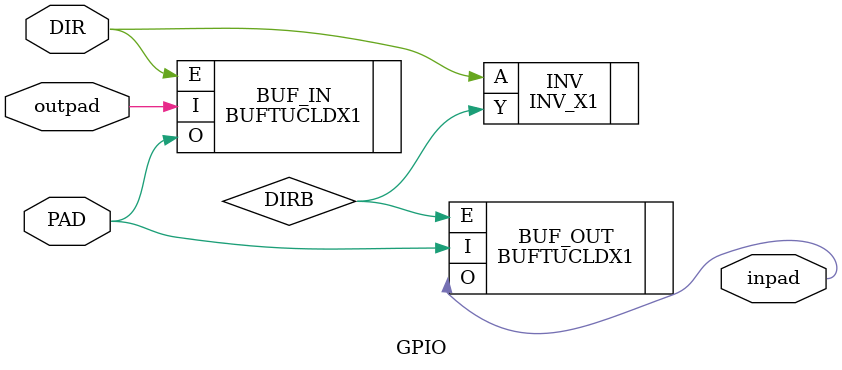
<source format=v>
`timescale 1ns/1ps

module GPIO (PAD, DIR, outpad, inpad);

inout PAD;
input DIR;
input outpad;
output inpad;

INV_X1     INV     ( .A(DIR), .Y(DIRB) );
BUFTUCLDX1 BUF_IN  ( .O(PAD), .I(outpad), .E(DIR) );
BUFTUCLDX1 BUF_OUT ( .O(inpad), .I(PAD), .E(DIRB) );

endmodule


</source>
